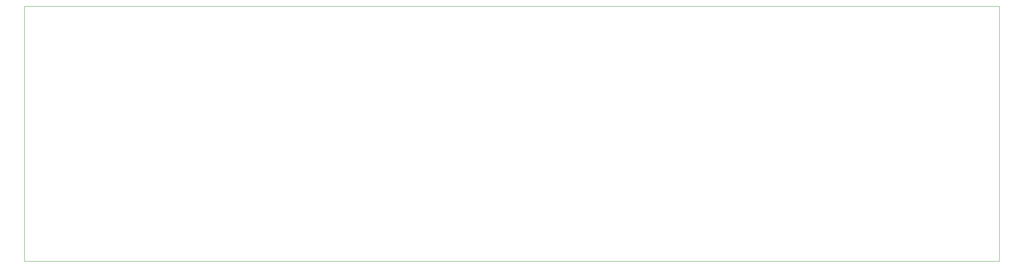
<source format=gbr>
G04 #@! TF.FileFunction,Profile,NP*
%FSLAX46Y46*%
G04 Gerber Fmt 4.6, Leading zero omitted, Abs format (unit mm)*
G04 Created by KiCad (PCBNEW 4.0.4-stable) date Wed Dec 14 22:22:49 2016*
%MOMM*%
%LPD*%
G01*
G04 APERTURE LIST*
%ADD10C,0.100000*%
%ADD11C,0.150000*%
G04 APERTURE END LIST*
D10*
D11*
X523180000Y-160020000D02*
X523180000Y-274574000D01*
X163322000Y-274574000D02*
X523180000Y-274574000D01*
X86360000Y-160020000D02*
X523180000Y-160020000D01*
X86360000Y-274574000D02*
X86360000Y-160020000D01*
X163322000Y-274574000D02*
X86360000Y-274574000D01*
M02*

</source>
